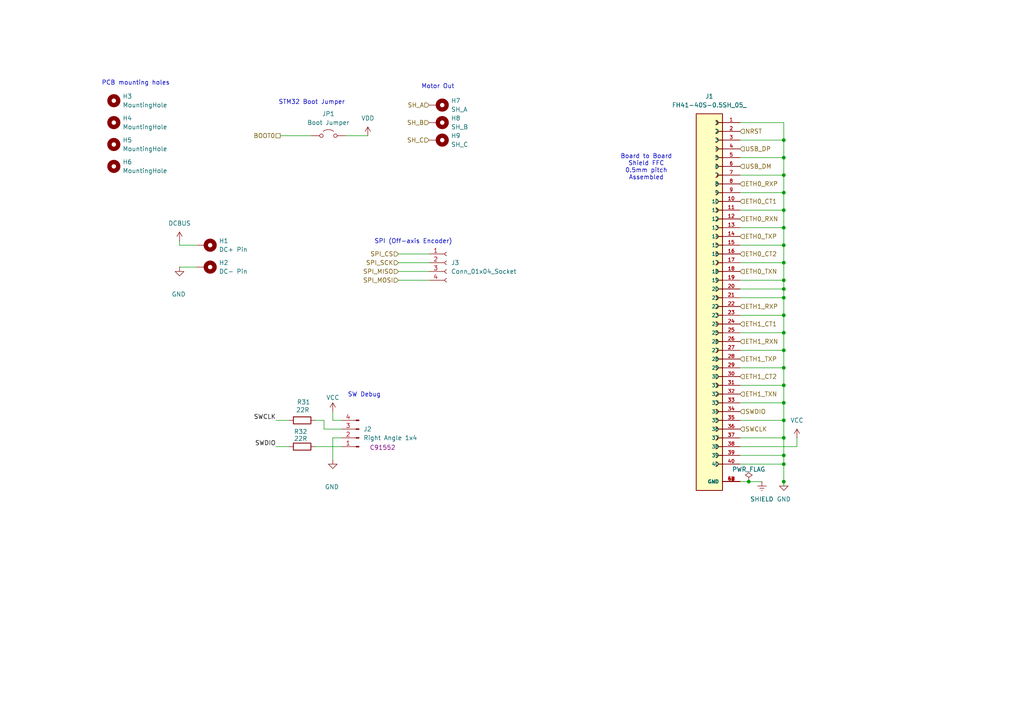
<source format=kicad_sch>
(kicad_sch (version 20231120) (generator "eeschema") (generator_version "8.0")
  (paper "A4")
  (lib_symbols
    (symbol "Connector:Conn_01x04_Pin" (pin_names (offset 1.016) hide)
      (property "Reference" "J" (at 0 5.08 0))
      (property "Value" "Conn_01x04_Pin" (at 0 -7.62 0))
      (symbol "Conn_01x04_Pin_1_1"
        (polyline (pts (xy 1.27 -5.08) (xy 0.8636 -5.08)) (stroke (width 0.1524)))
        (polyline (pts (xy 1.27 -2.54) (xy 0.8636 -2.54)) (stroke (width 0.1524)))
        (polyline (pts (xy 1.27 0) (xy 0.8636 0)) (stroke (width 0.1524)))
        (polyline (pts (xy 1.27 2.54) (xy 0.8636 2.54)) (stroke (width 0.1524)))
        (rectangle (start 0.8636 -4.953) (end 0 -5.207) (stroke (width 0.1524)) (fill (type outline)))
        (rectangle (start 0.8636 -2.413) (end 0 -2.667) (stroke (width 0.1524)) (fill (type outline)))
        (rectangle (start 0.8636 0.127) (end 0 -0.127) (stroke (width 0.1524)) (fill (type outline)))
        (rectangle (start 0.8636 2.667) (end 0 2.413) (stroke (width 0.1524)) (fill (type outline)))
        (pin passive line (at 5.08 2.54 180) (length 3.81) (name "Pin_1") (number "1"))
        (pin passive line (at 5.08 0 180) (length 3.81) (name "Pin_2") (number "2"))
        (pin passive line (at 5.08 -2.54 180) (length 3.81) (name "Pin_3") (number "3"))
        (pin passive line (at 5.08 -5.08 180) (length 3.81) (name "Pin_4") (number "4"))
      )
    )
    (symbol "Connector:Conn_01x04_Socket" (pin_names (offset 1.016) hide)
      (property "Reference" "J" (at 0 5.08 0))
      (property "Value" "Conn_01x04_Socket" (at 0 -7.62 0))
      (symbol "Conn_01x04_Socket_1_1"
        (arc (start 0 -4.572) (mid -0.5058 -5.08) (end 0 -5.588) (stroke (width 0.1524)))
        (arc (start 0 -2.032) (mid -0.5058 -2.54) (end 0 -3.048) (stroke (width 0.1524)))
        (polyline (pts (xy -1.27 -5.08) (xy -0.508 -5.08)) (stroke (width 0.1524)))
        (polyline (pts (xy -1.27 -2.54) (xy -0.508 -2.54)) (stroke (width 0.1524)))
        (polyline (pts (xy -1.27 0) (xy -0.508 0)) (stroke (width 0.1524)))
        (polyline (pts (xy -1.27 2.54) (xy -0.508 2.54)) (stroke (width 0.1524)))
        (arc (start 0 0.508) (mid -0.5058 0) (end 0 -0.508) (stroke (width 0.1524)))
        (arc (start 0 3.048) (mid -0.5058 2.54) (end 0 2.032) (stroke (width 0.1524)))
        (pin passive line (at -5.08 2.54 0) (length 3.81) (name "Pin_1") (number "1"))
        (pin passive line (at -5.08 0 0) (length 3.81) (name "Pin_2") (number "2"))
        (pin passive line (at -5.08 -2.54 0) (length 3.81) (name "Pin_3") (number "3"))
        (pin passive line (at -5.08 -5.08 0) (length 3.81) (name "Pin_4") (number "4"))
      )
    )
    (symbol "Device:R" (pin_numbers hide) (pin_names (offset 0))
      (property "Reference" "R" (at 2.032 0 90))
      (property "Value" "R" (at 0 0 90))
      (symbol "R_0_1"
        (rectangle (start -1.016 -2.54) (end 1.016 2.54) (stroke (width 0.254)))
      )
      (symbol "R_1_1"
        (pin passive line (at 0 3.81 270) (length 1.27) (name "~") (number "1"))
        (pin passive line (at 0 -3.81 90) (length 1.27) (name "~") (number "2"))
      )
    )
    (symbol "FH41-40S-0.5SH_05_:FH41-40S-0.5SH_05_" (pin_names (offset 1.016))
      (property "Reference" "J" (at -7.62 54.61 0))
      (property "Value" "FH41-40S-0.5SH_05_" (at -7.62 -58.42 0))
      (symbol "FH41-40S-0.5SH_05__0_0"
        (rectangle (start -7.62 -55.88) (end 0 53.34) (stroke (width 0.254)) (fill (type background)))
        (arc (start -1.905 -48.895) (mid -1.2727 -48.26) (end -1.905 -47.625) (stroke (width 0.254)))
        (arc (start -1.905 -46.355) (mid -1.2727 -45.72) (end -1.905 -45.085) (stroke (width 0.254)))
        (arc (start -1.905 -43.815) (mid -1.2727 -43.18) (end -1.905 -42.545) (stroke (width 0.254)))
        (arc (start -1.905 -41.275) (mid -1.2727 -40.64) (end -1.905 -40.005) (stroke (width 0.254)))
        (arc (start -1.905 -38.735) (mid -1.2727 -38.1) (end -1.905 -37.465) (stroke (width 0.254)))
        (arc (start -1.905 -36.195) (mid -1.2727 -35.56) (end -1.905 -34.925) (stroke (width 0.254)))
        (arc (start -1.905 -33.655) (mid -1.2727 -33.02) (end -1.905 -32.385) (stroke (width 0.254)))
        (arc (start -1.905 -31.115) (mid -1.2727 -30.48) (end -1.905 -29.845) (stroke (width 0.254)))
        (arc (start -1.905 -28.575) (mid -1.2727 -27.94) (end -1.905 -27.305) (stroke (width 0.254)))
        (arc (start -1.905 -26.035) (mid -1.2727 -25.4) (end -1.905 -24.765) (stroke (width 0.254)))
        (arc (start -1.905 -23.495) (mid -1.2727 -22.86) (end -1.905 -22.225) (stroke (width 0.254)))
        (arc (start -1.905 -20.955) (mid -1.2727 -20.32) (end -1.905 -19.685) (stroke (width 0.254)))
        (arc (start -1.905 -18.415) (mid -1.2727 -17.78) (end -1.905 -17.145) (stroke (width 0.254)))
        (arc (start -1.905 -15.875) (mid -1.2727 -15.24) (end -1.905 -14.605) (stroke (width 0.254)))
        (arc (start -1.905 -13.335) (mid -1.2727 -12.7) (end -1.905 -12.065) (stroke (width 0.254)))
        (arc (start -1.905 -10.795) (mid -1.2727 -10.16) (end -1.905 -9.525) (stroke (width 0.254)))
        (arc (start -1.905 -8.255) (mid -1.2727 -7.62) (end -1.905 -6.985) (stroke (width 0.254)))
        (arc (start -1.905 -5.715) (mid -1.2727 -5.08) (end -1.905 -4.445) (stroke (width 0.254)))
        (arc (start -1.905 -3.175) (mid -1.2727 -2.54) (end -1.905 -1.905) (stroke (width 0.254)))
        (arc (start -1.905 -0.635) (mid -1.2727 0) (end -1.905 0.635) (stroke (width 0.254)))
        (arc (start -1.905 1.905) (mid -1.2727 2.54) (end -1.905 3.175) (stroke (width 0.254)))
        (arc (start -1.905 4.445) (mid -1.2727 5.08) (end -1.905 5.715) (stroke (width 0.254)))
        (arc (start -1.905 6.985) (mid -1.2727 7.62) (end -1.905 8.255) (stroke (width 0.254)))
        (arc (start -1.905 9.525) (mid -1.2727 10.16) (end -1.905 10.795) (stroke (width 0.254)))
        (arc (start -1.905 12.065) (mid -1.2727 12.7) (end -1.905 13.335) (stroke (width 0.254)))
        (arc (start -1.905 14.605) (mid -1.2727 15.24) (end -1.905 15.875) (stroke (width 0.254)))
        (arc (start -1.905 17.145) (mid -1.2727 17.78) (end -1.905 18.415) (stroke (width 0.254)))
        (arc (start -1.905 19.685) (mid -1.2727 20.32) (end -1.905 20.955) (stroke (width 0.254)))
        (arc (start -1.905 22.225) (mid -1.2727 22.86) (end -1.905 23.495) (stroke (width 0.254)))
        (arc (start -1.905 24.765) (mid -1.2727 25.4) (end -1.905 26.035) (stroke (width 0.254)))
        (arc (start -1.905 27.305) (mid -1.2727 27.94) (end -1.905 28.575) (stroke (width 0.254)))
        (arc (start -1.905 29.845) (mid -1.2727 30.48) (end -1.905 31.115) (stroke (width 0.254)))
        (arc (start -1.905 32.385) (mid -1.2727 33.02) (end -1.905 33.655) (stroke (width 0.254)))
        (arc (start -1.905 34.925) (mid -1.2727 35.56) (end -1.905 36.195) (stroke (width 0.254)))
        (arc (start -1.905 37.465) (mid -1.2727 38.1) (end -1.905 38.735) (stroke (width 0.254)))
        (arc (start -1.905 40.005) (mid -1.2727 40.64) (end -1.905 41.275) (stroke (width 0.254)))
        (arc (start -1.905 42.545) (mid -1.2727 43.18) (end -1.905 43.815) (stroke (width 0.254)))
        (arc (start -1.905 45.085) (mid -1.2727 45.72) (end -1.905 46.355) (stroke (width 0.254)))
        (arc (start -1.905 47.625) (mid -1.2727 48.26) (end -1.905 48.895) (stroke (width 0.254)))
        (arc (start -1.905 50.165) (mid -1.2727 50.8) (end -1.905 51.435) (stroke (width 0.254)))
        (polyline (pts (xy 0 -48.26) (xy -1.27 -48.26)) (stroke (width 0.254)))
        (polyline (pts (xy 0 -45.72) (xy -1.27 -45.72)) (stroke (width 0.254)))
        (polyline (pts (xy 0 -43.18) (xy -1.27 -43.18)) (stroke (width 0.254)))
        (polyline (pts (xy 0 -40.64) (xy -1.27 -40.64)) (stroke (width 0.254)))
        (polyline (pts (xy 0 -38.1) (xy -1.27 -38.1)) (stroke (width 0.254)))
        (polyline (pts (xy 0 -35.56) (xy -1.27 -35.56)) (stroke (width 0.254)))
        (polyline (pts (xy 0 -33.02) (xy -1.27 -33.02)) (stroke (width 0.254)))
        (polyline (pts (xy 0 -30.48) (xy -1.27 -30.48)) (stroke (width 0.254)))
        (polyline (pts (xy 0 -27.94) (xy -1.27 -27.94)) (stroke (width 0.254)))
        (polyline (pts (xy 0 -25.4) (xy -1.27 -25.4)) (stroke (width 0.254)))
        (polyline (pts (xy 0 -22.86) (xy -1.27 -22.86)) (stroke (width 0.254)))
        (polyline (pts (xy 0 -20.32) (xy -1.27 -20.32)) (stroke (width 0.254)))
        (polyline (pts (xy 0 -17.78) (xy -1.27 -17.78)) (stroke (width 0.254)))
        (polyline (pts (xy 0 -15.24) (xy -1.27 -15.24)) (stroke (width 0.254)))
        (polyline (pts (xy 0 -12.7) (xy -1.27 -12.7)) (stroke (width 0.254)))
        (polyline (pts (xy 0 -10.16) (xy -1.27 -10.16)) (stroke (width 0.254)))
        (polyline (pts (xy 0 -7.62) (xy -1.27 -7.62)) (stroke (width 0.254)))
        (polyline (pts (xy 0 -5.08) (xy -1.27 -5.08)) (stroke (width 0.254)))
        (polyline (pts (xy 0 -2.54) (xy -1.27 -2.54)) (stroke (width 0.254)))
        (polyline (pts (xy 0 0) (xy -1.27 0)) (stroke (width 0.254)))
        (polyline (pts (xy 0 2.54) (xy -1.27 2.54)) (stroke (width 0.254)))
        (polyline (pts (xy 0 5.08) (xy -1.27 5.08)) (stroke (width 0.254)))
        (polyline (pts (xy 0 7.62) (xy -1.27 7.62)) (stroke (width 0.254)))
        (polyline (pts (xy 0 10.16) (xy -1.27 10.16)) (stroke (width 0.254)))
        (polyline (pts (xy 0 12.7) (xy -1.27 12.7)) (stroke (width 0.254)))
        (polyline (pts (xy 0 15.24) (xy -1.27 15.24)) (stroke (width 0.254)))
        (polyline (pts (xy 0 17.78) (xy -1.27 17.78)) (stroke (width 0.254)))
        (polyline (pts (xy 0 20.32) (xy -1.27 20.32)) (stroke (width 0.254)))
        (polyline (pts (xy 0 22.86) (xy -1.27 22.86)) (stroke (width 0.254)))
        (polyline (pts (xy 0 25.4) (xy -1.27 25.4)) (stroke (width 0.254)))
        (polyline (pts (xy 0 27.94) (xy -1.27 27.94)) (stroke (width 0.254)))
        (polyline (pts (xy 0 30.48) (xy -1.27 30.48)) (stroke (width 0.254)))
        (polyline (pts (xy 0 33.02) (xy -1.27 33.02)) (stroke (width 0.254)))
        (polyline (pts (xy 0 35.56) (xy -1.27 35.56)) (stroke (width 0.254)))
        (polyline (pts (xy 0 38.1) (xy -1.27 38.1)) (stroke (width 0.254)))
        (polyline (pts (xy 0 40.64) (xy -1.27 40.64)) (stroke (width 0.254)))
        (polyline (pts (xy 0 43.18) (xy -1.27 43.18)) (stroke (width 0.254)))
        (polyline (pts (xy 0 45.72) (xy -1.27 45.72)) (stroke (width 0.254)))
        (polyline (pts (xy 0 48.26) (xy -1.27 48.26)) (stroke (width 0.254)))
        (polyline (pts (xy 0 50.8) (xy -1.27 50.8)) (stroke (width 0.254)))
        (pin passive line (at 5.08 50.8 180) (length 5.08) (name "1") (number "1"))
        (pin passive line (at 5.08 27.94 180) (length 5.08) (name "10") (number "10"))
        (pin passive line (at 5.08 25.4 180) (length 5.08) (name "11") (number "11"))
        (pin passive line (at 5.08 22.86 180) (length 5.08) (name "12") (number "12"))
        (pin passive line (at 5.08 20.32 180) (length 5.08) (name "13") (number "13"))
        (pin passive line (at 5.08 17.78 180) (length 5.08) (name "14") (number "14"))
        (pin passive line (at 5.08 15.24 180) (length 5.08) (name "15") (number "15"))
        (pin passive line (at 5.08 12.7 180) (length 5.08) (name "16") (number "16"))
        (pin passive line (at 5.08 10.16 180) (length 5.08) (name "17") (number "17"))
        (pin passive line (at 5.08 7.62 180) (length 5.08) (name "18") (number "18"))
        (pin passive line (at 5.08 5.08 180) (length 5.08) (name "19") (number "19"))
        (pin passive line (at 5.08 48.26 180) (length 5.08) (name "2") (number "2"))
        (pin passive line (at 5.08 2.54 180) (length 5.08) (name "20") (number "20"))
        (pin passive line (at 5.08 0 180) (length 5.08) (name "21") (number "21"))
        (pin passive line (at 5.08 -2.54 180) (length 5.08) (name "22") (number "22"))
        (pin passive line (at 5.08 -5.08 180) (length 5.08) (name "23") (number "23"))
        (pin passive line (at 5.08 -7.62 180) (length 5.08) (name "24") (number "24"))
        (pin passive line (at 5.08 -10.16 180) (length 5.08) (name "25") (number "25"))
        (pin passive line (at 5.08 -12.7 180) (length 5.08) (name "26") (number "26"))
        (pin passive line (at 5.08 -15.24 180) (length 5.08) (name "27") (number "27"))
        (pin passive line (at 5.08 -17.78 180) (length 5.08) (name "28") (number "28"))
        (pin passive line (at 5.08 -20.32 180) (length 5.08) (name "29") (number "29"))
        (pin passive line (at 5.08 45.72 180) (length 5.08) (name "3") (number "3"))
        (pin passive line (at 5.08 -22.86 180) (length 5.08) (name "30") (number "30"))
        (pin passive line (at 5.08 -25.4 180) (length 5.08) (name "31") (number "31"))
        (pin passive line (at 5.08 -27.94 180) (length 5.08) (name "32") (number "32"))
        (pin passive line (at 5.08 -30.48 180) (length 5.08) (name "33") (number "33"))
        (pin passive line (at 5.08 -33.02 180) (length 5.08) (name "34") (number "34"))
        (pin passive line (at 5.08 -35.56 180) (length 5.08) (name "35") (number "35"))
        (pin passive line (at 5.08 -38.1 180) (length 5.08) (name "36") (number "36"))
        (pin passive line (at 5.08 -40.64 180) (length 5.08) (name "37") (number "37"))
        (pin passive line (at 5.08 -43.18 180) (length 5.08) (name "38") (number "38"))
        (pin passive line (at 5.08 -45.72 180) (length 5.08) (name "39") (number "39"))
        (pin passive line (at 5.08 43.18 180) (length 5.08) (name "4") (number "4"))
        (pin passive line (at 5.08 -48.26 180) (length 5.08) (name "40") (number "40"))
        (pin power_in line (at 5.08 -53.34 180) (length 5.08) (name "GND") (number "41"))
        (pin power_in line (at 5.08 -53.34 180) (length 5.08) (name "GND") (number "42"))
        (pin power_in line (at 5.08 -53.34 180) (length 5.08) (name "GND") (number "43"))
        (pin power_in line (at 5.08 -53.34 180) (length 5.08) (name "GND") (number "44"))
        (pin power_in line (at 5.08 -53.34 180) (length 5.08) (name "GND") (number "45"))
        (pin power_in line (at 5.08 -53.34 180) (length 5.08) (name "GND") (number "46"))
        (pin power_in line (at 5.08 -53.34 180) (length 5.08) (name "GND") (number "47"))
        (pin power_in line (at 5.08 -53.34 180) (length 5.08) (name "GND") (number "48"))
        (pin power_in line (at 5.08 -53.34 180) (length 5.08) (name "GND") (number "49"))
        (pin passive line (at 5.08 40.64 180) (length 5.08) (name "5") (number "5"))
        (pin power_in line (at 5.08 -53.34 180) (length 5.08) (name "GND") (number "50"))
        (pin passive line (at 5.08 38.1 180) (length 5.08) (name "6") (number "6"))
        (pin passive line (at 5.08 35.56 180) (length 5.08) (name "7") (number "7"))
        (pin passive line (at 5.08 33.02 180) (length 5.08) (name "8") (number "8"))
        (pin passive line (at 5.08 30.48 180) (length 5.08) (name "9") (number "9"))
      )
    )
    (symbol "Jumper:Jumper_2_Open" (pin_numbers hide) (pin_names (offset 0) hide) (exclude_from_sim yes)
      (property "Reference" "JP" (at 0 2.794 0))
      (property "Value" "Jumper_2_Open" (at 0 -2.286 0))
      (symbol "Jumper_2_Open_0_0"
        (circle (center -2.032 0) (radius 0.508))
        (circle (center 2.032 0) (radius 0.508))
      )
      (symbol "Jumper_2_Open_0_1"
        (arc (start 1.524 1.27) (mid 0 1.778) (end -1.524 1.27))
      )
      (symbol "Jumper_2_Open_1_1"
        (pin passive line (at -5.08 0 0) (length 2.54) (name "A") (number "1"))
        (pin passive line (at 5.08 0 180) (length 2.54) (name "B") (number "2"))
      )
    )
    (symbol "Mechanical:MountingHole" (pin_names (offset 1.016)) (exclude_from_sim yes) (in_bom no)
      (property "Reference" "H" (at 0 5.08 0))
      (property "Value" "MountingHole" (at 0 3.175 0))
      (symbol "MountingHole_0_1"
        (circle (center 0 0) (radius 1.27) (stroke (width 1.27)))
      )
    )
    (symbol "Mechanical:MountingHole_Pad" (pin_numbers hide) (pin_names (offset 1.016) hide) (exclude_from_sim yes) (in_bom no)
      (property "Reference" "H" (at 0 6.35 0))
      (property "Value" "MountingHole_Pad" (at 0 4.445 0))
      (symbol "MountingHole_Pad_0_1"
        (circle (center 0 1.27) (radius 1.27) (stroke (width 1.27)))
      )
      (symbol "MountingHole_Pad_1_1"
        (pin input line (at 0 -2.54 90) (length 2.54) (name "1") (number "1"))
      )
    )
    (symbol "power:+3.3V" (power) (pin_numbers hide) (pin_names (offset 0) hide)
      (property "Value" "+3.3V" (at 0 3.556 0))
      (symbol "+3.3V_0_1"
        (polyline (pts (xy -0.762 1.27) (xy 0 2.54)))
        (polyline (pts (xy 0 0) (xy 0 2.54)))
        (polyline (pts (xy 0 2.54) (xy 0.762 1.27)))
      )
      (symbol "+3.3V_1_1"
        (pin power_in line (at 0 0 90) (length 0) (name "~") (number "1"))
      )
    )
    (symbol "power:Earth" (power) (pin_numbers hide) (pin_names (offset 0) hide)
      (property "Value" "Earth" (at 0 -3.81 0))
      (symbol "Earth_0_1"
        (polyline (pts (xy -0.635 -1.905) (xy 0.635 -1.905)))
        (polyline (pts (xy -0.127 -2.54) (xy 0.127 -2.54)))
        (polyline (pts (xy 0 -1.27) (xy 0 0)))
        (polyline (pts (xy 1.27 -1.27) (xy -1.27 -1.27)))
      )
      (symbol "Earth_1_1"
        (pin power_in line (at 0 0 270) (length 0) (name "~") (number "1"))
      )
    )
    (symbol "power:GND" (power) (pin_numbers hide) (pin_names (offset 0) hide)
      (property "Value" "GND" (at 0 -3.81 0))
      (symbol "GND_0_1"
        (polyline (pts (xy 0 0) (xy 0 -1.27) (xy 1.27 -1.27) (xy 0 -2.54) (xy -1.27 -1.27) (xy 0 -1.27)))
      )
      (symbol "GND_1_1"
        (pin power_in line (at 0 0 270) (length 0) (name "~") (number "1"))
      )
    )
    (symbol "power:PWR_FLAG" (power) (pin_numbers hide) (pin_names (offset 0) hide)
      (property "Value" "PWR_FLAG" (at 0 3.81 0))
      (symbol "PWR_FLAG_0_0"
        (pin power_out line (at 0 0 90) (length 0) (name "~") (number "1"))
      )
      (symbol "PWR_FLAG_0_1"
        (polyline (pts (xy 0 0) (xy 0 1.27) (xy -1.016 1.905) (xy 0 2.54) (xy 1.016 1.905) (xy 0 1.27)))
      )
    )
    (symbol "power:VCC" (power) (pin_numbers hide) (pin_names (offset 0) hide)
      (property "Value" "VCC" (at 0 3.556 0))
      (symbol "VCC_0_1"
        (polyline (pts (xy -0.762 1.27) (xy 0 2.54)))
        (polyline (pts (xy 0 0) (xy 0 2.54)))
        (polyline (pts (xy 0 2.54) (xy 0.762 1.27)))
      )
      (symbol "VCC_1_1"
        (pin power_in line (at 0 0 90) (length 0) (name "~") (number "1"))
      )
    )
    (symbol "power:VDD" (power) (pin_numbers hide) (pin_names (offset 0) hide)
      (property "Value" "VDD" (at 0 3.556 0))
      (symbol "VDD_0_1"
        (polyline (pts (xy -0.762 1.27) (xy 0 2.54)))
        (polyline (pts (xy 0 0) (xy 0 2.54)))
        (polyline (pts (xy 0 2.54) (xy 0.762 1.27)))
      )
      (symbol "VDD_1_1"
        (pin power_in line (at 0 0 90) (length 0) (name "~") (number "1"))
      )
    )
  )
  (junction (at 227.33 139.7))
  (junction (at 227.33 81.28))
  (junction (at 227.33 86.36))
  (junction (at 227.33 96.52))
  (junction (at 227.33 101.6))
  (junction (at 227.33 132.08))
  (junction (at 227.33 134.62))
  (junction (at 217.17 139.7))
  (junction (at 227.33 121.92))
  (junction (at 227.33 60.96))
  (junction (at 227.33 50.8))
  (junction (at 227.33 91.44))
  (junction (at 227.33 71.12))
  (junction (at 227.33 127))
  (junction (at 227.33 106.68))
  (junction (at 227.33 66.04))
  (junction (at 227.33 111.76))
  (junction (at 227.33 83.82))
  (junction (at 227.33 76.2))
  (junction (at 227.33 45.72))
  (junction (at 227.33 40.64))
  (junction (at 227.33 55.88))
  (junction (at 227.33 116.84))
  (wire (pts (xy 214.63 60.96) (xy 227.33 60.96)))
  (wire (pts (xy 115.57 76.2) (xy 124.46 76.2)))
  (wire (pts (xy 227.33 45.72) (xy 227.33 50.8)))
  (wire (pts (xy 227.33 139.7) (xy 227.33 134.62)))
  (wire (pts (xy 227.33 121.92) (xy 227.33 127)))
  (wire (pts (xy 214.63 116.84) (xy 227.33 116.84)))
  (wire (pts (xy 91.44 129.54) (xy 99.06 129.54)))
  (wire (pts (xy 231.14 127) (xy 231.14 129.54)))
  (wire (pts (xy 115.57 73.66) (xy 124.46 73.66)))
  (wire (pts (xy 214.63 81.28) (xy 227.33 81.28)))
  (wire (pts (xy 80.01 129.54) (xy 83.82 129.54)))
  (wire (pts (xy 227.33 116.84) (xy 227.33 121.92)))
  (wire (pts (xy 217.17 139.7) (xy 220.98 139.7)))
  (wire (pts (xy 52.07 77.47) (xy 57.15 77.47)))
  (wire (pts (xy 214.63 139.7) (xy 217.17 139.7)))
  (wire (pts (xy 214.63 45.72) (xy 227.33 45.72)))
  (wire (pts (xy 214.63 96.52) (xy 227.33 96.52)))
  (wire (pts (xy 214.63 111.76) (xy 227.33 111.76)))
  (wire (pts (xy 93.98 124.46) (xy 93.98 121.92)))
  (wire (pts (xy 227.33 127) (xy 227.33 132.08)))
  (wire (pts (xy 214.63 132.08) (xy 227.33 132.08)))
  (wire (pts (xy 227.33 45.72) (xy 227.33 40.64)))
  (wire (pts (xy 214.63 40.64) (xy 227.33 40.64)))
  (wire (pts (xy 227.33 60.96) (xy 227.33 55.88)))
  (wire (pts (xy 227.33 86.36) (xy 227.33 91.44)))
  (wire (pts (xy 214.63 134.62) (xy 227.33 134.62)))
  (wire (pts (xy 80.01 121.92) (xy 83.82 121.92)))
  (wire (pts (xy 227.33 111.76) (xy 227.33 116.84)))
  (wire (pts (xy 227.33 35.56) (xy 227.33 40.64)))
  (wire (pts (xy 227.33 81.28) (xy 227.33 76.2)))
  (wire (pts (xy 227.33 35.56) (xy 214.63 35.56)))
  (wire (pts (xy 115.57 81.28) (xy 124.46 81.28)))
  (wire (pts (xy 214.63 50.8) (xy 227.33 50.8)))
  (wire (pts (xy 214.63 129.54) (xy 231.14 129.54)))
  (wire (pts (xy 214.63 55.88) (xy 227.33 55.88)))
  (wire (pts (xy 227.33 55.88) (xy 227.33 50.8)))
  (wire (pts (xy 227.33 71.12) (xy 227.33 66.04)))
  (wire (pts (xy 227.33 101.6) (xy 227.33 106.68)))
  (wire (pts (xy 214.63 86.36) (xy 227.33 86.36)))
  (wire (pts (xy 227.33 132.08) (xy 227.33 134.62)))
  (wire (pts (xy 214.63 127) (xy 227.33 127)))
  (wire (pts (xy 227.33 81.28) (xy 227.33 83.82)))
  (wire (pts (xy 96.52 119.38) (xy 96.52 121.92)))
  (wire (pts (xy 106.68 39.37) (xy 100.33 39.37)))
  (wire (pts (xy 115.57 78.74) (xy 124.46 78.74)))
  (wire (pts (xy 214.63 66.04) (xy 227.33 66.04)))
  (wire (pts (xy 214.63 101.6) (xy 227.33 101.6)))
  (wire (pts (xy 96.52 127) (xy 96.52 133.35)))
  (wire (pts (xy 227.33 71.12) (xy 227.33 76.2)))
  (wire (pts (xy 52.07 69.85) (xy 52.07 71.12)))
  (wire (pts (xy 52.07 71.12) (xy 57.15 71.12)))
  (wire (pts (xy 99.06 127) (xy 96.52 127)))
  (wire (pts (xy 227.33 83.82) (xy 227.33 86.36)))
  (wire (pts (xy 227.33 140.97) (xy 227.33 139.7)))
  (wire (pts (xy 227.33 106.68) (xy 227.33 111.76)))
  (wire (pts (xy 214.63 71.12) (xy 227.33 71.12)))
  (wire (pts (xy 214.63 106.68) (xy 227.33 106.68)))
  (wire (pts (xy 99.06 124.46) (xy 93.98 124.46)))
  (wire (pts (xy 214.63 121.92) (xy 227.33 121.92)))
  (wire (pts (xy 214.63 91.44) (xy 227.33 91.44)))
  (wire (pts (xy 214.63 76.2) (xy 227.33 76.2)))
  (wire (pts (xy 81.28 39.37) (xy 90.17 39.37)))
  (wire (pts (xy 91.44 121.92) (xy 93.98 121.92)))
  (wire (pts (xy 227.33 91.44) (xy 227.33 96.52)))
  (wire (pts (xy 214.63 83.82) (xy 227.33 83.82)))
  (wire (pts (xy 96.52 121.92) (xy 99.06 121.92)))
  (wire (pts (xy 227.33 96.52) (xy 227.33 101.6)))
  (wire (pts (xy 227.33 66.04) (xy 227.33 60.96)))
  (text "STM32 Boot Jumper" (at 90.424 29.718 0) (effects (font (size 1.27 1.27))))
  (text "SPI (Off-axis Encoder)" (at 119.888 70.104 0) (effects (font (size 1.27 1.27))))
  (text "Motor Out" (at 127 25.146 0) (effects (font (size 1.27 1.27))))
  (text "Board to Board\nShield FFC\n0.5mm pitch\nAssembled" (at 187.452 48.514 0) (effects (font (size 1.27 1.27))))
  (text "PCB mounting holes" (at 39.37 24.13 0) (effects (font (size 1.27 1.27))))
  (text "SW Debug" (at 105.664 114.554 0) (effects (font (size 1.27 1.27))))
  (label "SWCLK" (at 80.01 121.92 180))
  (label "SWDIO" (at 80.01 129.54 180))
  (hierarchical_label "ETH1_RXN" (shape input) (at 214.63 99.06 0))
  (hierarchical_label "SH_C" (shape input) (at 124.46 40.64 180))
  (hierarchical_label "ETH0_RXN" (shape input) (at 214.63 63.5 0))
  (hierarchical_label "SH_A" (shape input) (at 124.46 30.48 180))
  (hierarchical_label "BOOT0" (shape passive) (at 81.28 39.37 180))
  (hierarchical_label "ETH0_TXN" (shape input) (at 214.63 78.74 0))
  (hierarchical_label "ETH0_CT1" (shape input) (at 214.63 58.42 0))
  (hierarchical_label "ETH0_CT2" (shape input) (at 214.63 73.66 0))
  (hierarchical_label "ETH0_RXP" (shape input) (at 214.63 53.34 0))
  (hierarchical_label "SH_B" (shape input) (at 124.46 35.56 180))
  (hierarchical_label "SWDIO" (shape input) (at 214.63 119.38 0))
  (hierarchical_label "ETH1_TXN" (shape input) (at 214.63 114.3 0))
  (hierarchical_label "ETH1_TXP" (shape input) (at 214.63 104.14 0))
  (hierarchical_label "SPI_MOSI" (shape input) (at 115.57 81.28 180))
  (hierarchical_label "ETH0_TXP" (shape input) (at 214.63 68.58 0))
  (hierarchical_label "NRST" (shape input) (at 214.63 38.1 0))
  (hierarchical_label "SPI_MISO" (shape input) (at 115.57 78.74 180))
  (hierarchical_label "USB_DM" (shape input) (at 214.63 48.26 0))
  (hierarchical_label "USB_DP" (shape input) (at 214.63 43.18 0))
  (hierarchical_label "SPI_SCK" (shape input) (at 115.57 76.2 180))
  (hierarchical_label "SPI_CS" (shape input) (at 115.57 73.66 180))
  (hierarchical_label "ETH1_RXP" (shape input) (at 214.63 88.9 0))
  (hierarchical_label "SWCLK" (shape input) (at 214.63 124.46 0))
  (hierarchical_label "ETH1_CT2" (shape input) (at 214.63 109.22 0))
  (hierarchical_label "ETH1_CT1" (shape input) (at 214.63 93.98 0))
  (symbol (lib_id "power:GND") (at 227.33 139.7 0) (unit 1)
    (property "Reference" "#PWR057" (effects (hide yes)))
    (property "Value" "GND" (at 227.33 144.78 0))
    (property "Description" "Power symbol creates a global label with name \"GND\" , ground" (effects (hide yes)))
  )
  (symbol (lib_id "Mechanical:MountingHole_Pad") (at 127 30.48 270) (unit 1) (exclude_from_sim yes) (in_bom no)
    (property "Reference" "H7" (at 130.81 29.2099 90) (effects (justify left)))
    (property "Value" "SH_A" (at 130.81 31.7499 90) (effects (justify left)))
    (property "Description" "Mounting Hole with connection" (effects (hide yes)))
  )
  (symbol (lib_id "Connector:Conn_01x04_Pin") (at 104.14 127 180) (unit 1)
    (property "Reference" "J2" (at 105.41 124.4599 0) (effects (justify right)))
    (property "Value" "Right Angle 1x4" (at 105.41 126.9999 0) (effects (justify right)))
    (property "Footprint" "Connector_PinHeader_2.54mm:PinHeader_1x04_P2.54mm_Horizontal" (effects (hide yes)))
    (property "Description" "Generic connector, single row, 01x04, script generated" (effects (hide yes)))
    (property "LCSC Part Number" " C91552" (at 110.49 129.794 0))
  )
  (symbol (lib_id "Mechanical:MountingHole_Pad") (at 59.69 77.47 270) (unit 1) (exclude_from_sim yes) (in_bom no)
    (property "Reference" "H2" (at 63.5 76.1999 90) (effects (justify left)))
    (property "Value" "DC- Pin" (at 63.5 78.7399 90) (effects (justify left)))
    (property "Description" "Mounting Hole with connection" (effects (hide yes)))
  )
  (symbol (lib_id "FH41-40S-0.5SH_05_:FH41-40S-0.5SH_05_") (at 209.55 86.36 0) (unit 1)
    (property "Reference" "J1" (at 205.74 27.94 0))
    (property "Value" "FH41-40S-0.5SH_05_" (at 205.74 30.48 0))
    (property "Footprint" "FH41-40S-0.5SH_05_:HRS_FH41-40S-0.5SH_05_" (effects (hide yes)))
    (property "MF" "Hirose Electric" (effects (hide yes)))
    (property "MAXIMUM_PACKAGE_HEIGHT" "4.74 mm" (effects (hide yes)))
    (property "Package" "None" (effects (hide yes)))
    (property "Price" "None" (effects (hide yes)))
    (property "Check_prices" "https://www.snapeda.com/parts/FH41-40S-0.5SH(05)/Hirose+Electric+Co+Ltd/view-part/?ref=eda" (effects (hide yes)))
    (property "STANDARD" "Manufacturer Recommendations" (effects (hide yes)))
    (property "PARTREV" "18.03.19" (effects (hide yes)))
    (property "SnapEDA_Link" "https://www.snapeda.com/parts/FH41-40S-0.5SH(05)/Hirose+Electric+Co+Ltd/view-part/?ref=snap" (effects (hide yes)))
    (property "MP" "FH41-40S-0.5SH(05)" (effects (hide yes)))
    (property "Description_1" "\n40 Position FFC Connector Contacts, Bottom 0.020 (0.50mm) Surface Mount, Right Angle\n" (effects (hide yes)))
    (property "Availability" "In Stock" (effects (hide yes)))
    (property "MANUFACTURER" "Hirose" (effects (hide yes)))
    (property "LCSC Part Number" "C596805" (effects (hide yes)))
  )
  (symbol (lib_id "power:Earth") (at 220.98 139.7 0) (unit 1)
    (property "Reference" "#PWR056" (effects (hide yes)))
    (property "Value" "SHIELD" (at 220.98 144.78 0))
    (property "Description" "Power symbol creates a global label with name \"Earth\"" (effects (hide yes)))
  )
  (symbol (lib_id "power:PWR_FLAG") (at 217.17 139.7 0) (unit 1)
    (property "Reference" "#FLG010" (effects (hide yes)))
    (property "Value" "PWR_FLAG" (at 217.17 136.144 0))
    (property "Description" "Special symbol for telling ERC where power comes from" (effects (hide yes)))
  )
  (symbol (lib_id "power:+3.3V") (at 52.07 69.85 0) (unit 1)
    (property "Reference" "#PWR0104" (effects (hide yes)))
    (property "Value" "DCBUS" (at 52.07 64.77 0))
    (property "Description" "Power symbol creates a global label with name \"+3.3V\"" (effects (hide yes)))
  )
  (symbol (lib_id "Mechanical:MountingHole") (at 33.02 41.91 0) (unit 1) (exclude_from_sim yes) (in_bom no)
    (property "Reference" "H5" (at 35.56 40.6399 0) (effects (justify left)))
    (property "Value" "MountingHole" (at 35.56 43.1799 0) (effects (justify left)))
    (property "Footprint" "MountingHole:MountingHole_2.2mm_M2" (effects (hide yes)))
    (property "Description" "Mounting Hole without connection" (effects (hide yes)))
  )
  (symbol (lib_id "Mechanical:MountingHole") (at 33.02 35.56 0) (unit 1) (exclude_from_sim yes) (in_bom no)
    (property "Reference" "H4" (at 35.56 34.2899 0) (effects (justify left)))
    (property "Value" "MountingHole" (at 35.56 36.8299 0) (effects (justify left)))
    (property "Footprint" "MountingHole:MountingHole_2.2mm_M2" (effects (hide yes)))
    (property "Description" "Mounting Hole without connection" (effects (hide yes)))
  )
  (symbol (lib_id "Jumper:Jumper_2_Open") (at 95.25 39.37 0) (unit 1) (exclude_from_sim yes)
    (property "Reference" "JP1" (at 95.25 33.02 0))
    (property "Value" "Boot Jumper" (at 95.25 35.56 0))
    (property "Description" "Jumper, 2-pole, open" (effects (hide yes)))
  )
  (symbol (lib_id "Mechanical:MountingHole_Pad") (at 127 35.56 270) (unit 1) (exclude_from_sim yes) (in_bom no)
    (property "Reference" "H8" (at 130.81 34.2899 90) (effects (justify left)))
    (property "Value" "SH_B" (at 130.81 36.8299 90) (effects (justify left)))
    (property "Description" "Mounting Hole with connection" (effects (hide yes)))
  )
  (symbol (lib_id "power:GND") (at 96.52 133.35 0) (unit 1)
    (property "Reference" "#PWR0113" (effects (hide yes)))
    (property "Value" "GND" (at 96.266 141.224 0))
  )
  (symbol (lib_id "power:GND") (at 52.07 77.47 0) (unit 1)
    (property "Reference" "#PWR0105" (effects (hide yes)))
    (property "Value" "GND" (at 51.816 85.344 0))
  )
  (symbol (lib_id "Device:R") (at 87.63 121.92 270) (unit 1)
    (property "Reference" "R31" (at 86.106 117.348 90) (effects (justify left bottom)))
    (property "Value" "22R" (at 85.852 119.634 90) (effects (justify left bottom)))
    (property "Footprint" "Resistor_SMD:R_0603_1608Metric" (effects (hide yes)))
    (property "Description" "RES SMD 22 OHM 1% 1/10W 0603" (effects (hide yes)))
    (property "SUPPLIER 1" "Digi-Key" (effects (hide yes)))
    (property "SUPPLIER PART NUMBER 1" "311-22.0HRCT-ND" (effects (hide yes)))
    (property "MANUFACTURER" "Yageo" (effects (hide yes)))
    (property "MANUFACTURER PART NUMBER" "RC0603FR-0722RL" (effects (hide yes)))
    (property "ROHS" "RoHS Compliant" (effects (hide yes)))
    (property "CATEGORY" "Resistors" (effects (hide yes)))
    (property "STOCK 1" "575303" (effects (hide yes)))
    (property "PRICING 1" "1=0.1, 10=0.014, 25=0.01, 100=0.0057, 250=0.00436, 500=0.00348, 1000=0.00257, 2500=0.00223 (USD)" (effects (hide yes)))
    (property "PACKAGING" "Cut Tape (CT)" (effects (hide yes)))
    (property "RESISTANCE (OHMS)" "22" (effects (hide yes)))
    (property "TOLERANCE" "±1%" (effects (hide yes)))
    (property "POWER (WATTS)" "0.1W, 1/10W" (effects (hide yes)))
    (property "COMPOSITION" "Thick Film" (effects (hide yes)))
    (property "FEATURES" "Moisture Resistant" (effects (hide yes)))
    (property "TEMPERATURE COEFFICIENT" "±100ppm/°C" (effects (hide yes)))
    (property "OPERATING TEMPERATURE" "-55°C ~ 155°C" (effects (hide yes)))
    (property "PACKAGE / CASE" "0603 (1608 Metric)" (effects (hide yes)))
    (property "SUPPLIER DEVICE PACKAGE" "0603" (effects (hide yes)))
    (property "SIZE / DIMENSION" "0.063\" L x 0.031\" W (1.60mm x 0.80mm)" (effects (hide yes)))
    (property "HEIGHT" "0.022\" (0.55mm)" (effects (hide yes)))
    (property "NUMBER OF TERMINATIONS" "2" (effects (hide yes)))
    (property "COMPONENTLINK1URL" "http://www.yageo.com/documents/recent/PYu-RC_Group_51_RoHS_L_04.pdf" (effects (hide yes)))
    (property "COMPONENTLINK1DESCRIPTION" "http://www.yageo.com/documents/recent/PYu-RC_Group_51_RoHS_L_04.pdf" (effects (hide yes)))
  )
  (symbol (lib_id "Connector:Conn_01x04_Socket") (at 129.54 76.2 0) (unit 1)
    (property "Reference" "J3" (at 130.81 76.1999 0) (effects (justify left)))
    (property "Value" "Conn_01x04_Socket" (at 130.81 78.7399 0) (effects (justify left)))
    (property "Footprint" "Hole-Mounts:Nine-Hole" (effects (hide yes)))
    (property "Description" "Generic connector, single row, 01x04, script generated" (effects (hide yes)))
  )
  (symbol (lib_id "Mechanical:MountingHole") (at 33.02 48.26 0) (unit 1) (exclude_from_sim yes) (in_bom no)
    (property "Reference" "H6" (at 35.56 46.9899 0) (effects (justify left)))
    (property "Value" "MountingHole" (at 35.56 49.5299 0) (effects (justify left)))
    (property "Footprint" "MountingHole:MountingHole_2.2mm_M2" (effects (hide yes)))
    (property "Description" "Mounting Hole without connection" (effects (hide yes)))
  )
  (symbol (lib_id "Mechanical:MountingHole_Pad") (at 59.69 71.12 270) (unit 1) (exclude_from_sim yes) (in_bom no)
    (property "Reference" "H1" (at 63.5 69.8499 90) (effects (justify left)))
    (property "Value" "DC+ Pin" (at 63.5 72.3899 90) (effects (justify left)))
    (property "Description" "Mounting Hole with connection" (effects (hide yes)))
  )
  (symbol (lib_id "power:VCC") (at 231.14 127 0) (unit 1)
    (property "Reference" "#PWR0103" (effects (hide yes)))
    (property "Value" "VCC" (at 231.14 121.92 0))
    (property "Description" "Power symbol creates a global label with name \"VCC\"" (effects (hide yes)))
  )
  (symbol (lib_id "power:VDD") (at 106.68 39.37 0) (unit 1)
    (property "Reference" "#PWR062" (effects (hide yes)))
    (property "Value" "VDD" (at 106.68 34.29 0))
    (property "Description" "Power symbol creates a global label with name \"VDD\"" (effects (hide yes)))
  )
  (symbol (lib_id "Mechanical:MountingHole_Pad") (at 127 40.64 270) (unit 1) (exclude_from_sim yes) (in_bom no)
    (property "Reference" "H9" (at 130.81 39.3699 90) (effects (justify left)))
    (property "Value" "SH_C" (at 130.81 41.9099 90) (effects (justify left)))
    (property "Description" "Mounting Hole with connection" (effects (hide yes)))
  )
  (symbol (lib_id "Device:R") (at 87.63 129.54 90) (unit 1)
    (property "Reference" "R32" (at 89.154 124.46 90) (effects (justify left bottom)))
    (property "Value" "22R" (at 89.154 126.492 90) (effects (justify left bottom)))
    (property "Footprint" "Resistor_SMD:R_0603_1608Metric" (effects (hide yes)))
    (property "Description" "RES SMD 22 OHM 1% 1/10W 0603" (effects (hide yes)))
    (property "SUPPLIER 1" "Digi-Key" (effects (hide yes)))
    (property "SUPPLIER PART NUMBER 1" "311-22.0HRCT-ND" (effects (hide yes)))
    (property "MANUFACTURER" "Yageo" (effects (hide yes)))
    (property "MANUFACTURER PART NUMBER" "RC0603FR-0722RL" (effects (hide yes)))
    (property "ROHS" "RoHS Compliant" (effects (hide yes)))
    (property "CATEGORY" "Resistors" (effects (hide yes)))
    (property "STOCK 1" "575303" (effects (hide yes)))
    (property "PRICING 1" "1=0.1, 10=0.014, 25=0.01, 100=0.0057, 250=0.00436, 500=0.00348, 1000=0.00257, 2500=0.00223 (USD)" (effects (hide yes)))
    (property "PACKAGING" "Cut Tape (CT)" (effects (hide yes)))
    (property "RESISTANCE (OHMS)" "22" (effects (hide yes)))
    (property "TOLERANCE" "±1%" (effects (hide yes)))
    (property "POWER (WATTS)" "0.1W, 1/10W" (effects (hide yes)))
    (property "COMPOSITION" "Thick Film" (effects (hide yes)))
    (property "FEATURES" "Moisture Resistant" (effects (hide yes)))
    (property "TEMPERATURE COEFFICIENT" "±100ppm/°C" (effects (hide yes)))
    (property "OPERATING TEMPERATURE" "-55°C ~ 155°C" (effects (hide yes)))
    (property "PACKAGE / CASE" "0603 (1608 Metric)" (effects (hide yes)))
    (property "SUPPLIER DEVICE PACKAGE" "0603" (effects (hide yes)))
    (property "SIZE / DIMENSION" "0.063\" L x 0.031\" W (1.60mm x 0.80mm)" (effects (hide yes)))
    (property "HEIGHT" "0.022\" (0.55mm)" (effects (hide yes)))
    (property "NUMBER OF TERMINATIONS" "2" (effects (hide yes)))
    (property "COMPONENTLINK1URL" "http://www.yageo.com/documents/recent/PYu-RC_Group_51_RoHS_L_04.pdf" (effects (hide yes)))
    (property "COMPONENTLINK1DESCRIPTION" "http://www.yageo.com/documents/recent/PYu-RC_Group_51_RoHS_L_04.pdf" (effects (hide yes)))
  )
  (symbol (lib_id "Mechanical:MountingHole") (at 33.02 29.21 0) (unit 1) (exclude_from_sim yes) (in_bom no)
    (property "Reference" "H3" (at 35.56 27.9399 0) (effects (justify left)))
    (property "Value" "MountingHole" (at 35.56 30.4799 0) (effects (justify left)))
    (property "Footprint" "MountingHole:MountingHole_2.2mm_M2" (effects (hide yes)))
    (property "Description" "Mounting Hole without connection" (effects (hide yes)))
  )
  (symbol (lib_id "power:VCC") (at 96.52 119.38 0) (unit 1)
    (property "Reference" "#PWR0112" (effects (hide yes)))
    (property "Value" "VCC" (at 96.52 115.316 0))
  )
)
</source>
